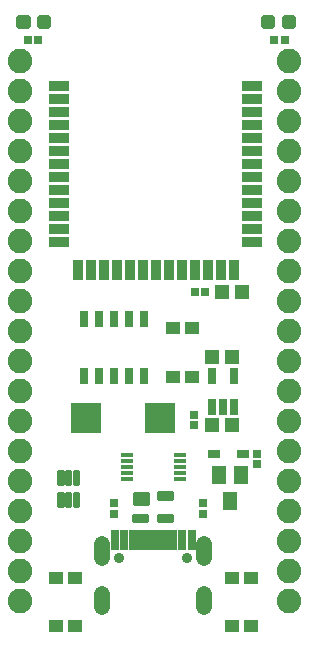
<source format=gbr>
G04 EAGLE Gerber RS-274X export*
G75*
%MOMM*%
%FSLAX34Y34*%
%LPD*%
%INSoldermask Top*%
%IPPOS*%
%AMOC8*
5,1,8,0,0,1.08239X$1,22.5*%
G01*
%ADD10R,1.703200X0.853200*%
%ADD11R,0.853200X1.703200*%
%ADD12C,2.082800*%
%ADD13R,0.753200X1.403200*%
%ADD14R,2.571200X2.606800*%
%ADD15R,1.203200X1.103200*%
%ADD16C,0.505344*%
%ADD17R,0.743200X0.803200*%
%ADD18R,1.303200X1.203200*%
%ADD19R,0.803200X0.743200*%
%ADD20R,0.803200X1.653200*%
%ADD21R,0.503200X1.653200*%
%ADD22C,1.361200*%
%ADD23C,0.903200*%
%ADD24C,0.404144*%
%ADD25R,1.203200X1.603200*%
%ADD26R,1.003200X0.803200*%
%ADD27C,0.453416*%
%ADD28C,0.349006*%
%ADD29R,0.711200X1.473200*%
%ADD30R,1.100000X0.400000*%


D10*
X43100Y453400D03*
X43100Y442400D03*
X43100Y431400D03*
X43100Y420400D03*
X43100Y409400D03*
X43100Y398400D03*
X43100Y387400D03*
X43100Y376400D03*
X43100Y365400D03*
X43100Y354400D03*
X43100Y343400D03*
X43100Y332400D03*
D11*
X59300Y308900D03*
X70300Y308900D03*
X81300Y308900D03*
X92300Y308900D03*
X103300Y308900D03*
X114300Y308900D03*
X125300Y308900D03*
D10*
X43100Y464400D03*
X207000Y453400D03*
X207000Y442400D03*
X207000Y431400D03*
X207000Y420400D03*
X207000Y409400D03*
X207000Y398400D03*
X207000Y387400D03*
X207000Y376400D03*
X207000Y365400D03*
X207000Y354400D03*
X207000Y343400D03*
X207000Y332400D03*
X207000Y464400D03*
D11*
X136300Y308900D03*
X147300Y308900D03*
X158300Y308900D03*
X169300Y308900D03*
X180300Y308900D03*
X191300Y308900D03*
D12*
X10000Y29000D03*
X10000Y54400D03*
X10000Y79800D03*
X10000Y105200D03*
X10000Y130600D03*
X10000Y156000D03*
X10000Y181400D03*
X10000Y206800D03*
X10000Y232200D03*
X10000Y257600D03*
X10000Y283000D03*
X10000Y308400D03*
X10000Y333800D03*
X10000Y359200D03*
X10000Y384600D03*
X10000Y410000D03*
X10000Y435400D03*
X10000Y460800D03*
X10000Y486200D03*
X238300Y29000D03*
X238300Y54400D03*
X238300Y79800D03*
X238300Y105200D03*
X238300Y130600D03*
X238300Y156000D03*
X238300Y181400D03*
X238300Y206800D03*
X238300Y232200D03*
X238300Y257600D03*
X238300Y283000D03*
X238300Y308400D03*
X238300Y333800D03*
X238300Y359200D03*
X238300Y384600D03*
X238300Y410000D03*
X238300Y435400D03*
X238300Y460800D03*
X238300Y486200D03*
D13*
X172500Y192999D03*
X182000Y192999D03*
X191500Y192999D03*
X191500Y219001D03*
X172500Y219001D03*
D14*
X129000Y184000D03*
X66576Y184000D03*
D15*
X41000Y48500D03*
X57000Y48500D03*
X57000Y7500D03*
X41000Y7500D03*
X140000Y259500D03*
X156000Y259500D03*
X156000Y218500D03*
X140000Y218500D03*
D16*
X16720Y515510D02*
X16720Y522490D01*
X16720Y515510D02*
X9740Y515510D01*
X9740Y522490D01*
X16720Y522490D01*
X16720Y520310D02*
X9740Y520310D01*
X34260Y522490D02*
X34260Y515510D01*
X27280Y515510D01*
X27280Y522490D01*
X34260Y522490D01*
X34260Y520310D02*
X27280Y520310D01*
X234280Y522490D02*
X234280Y515510D01*
X234280Y522490D02*
X241260Y522490D01*
X241260Y515510D01*
X234280Y515510D01*
X234280Y520310D02*
X241260Y520310D01*
X216740Y522490D02*
X216740Y515510D01*
X216740Y522490D02*
X223720Y522490D01*
X223720Y515510D01*
X216740Y515510D01*
X216740Y520310D02*
X223720Y520310D01*
D17*
X225680Y504000D03*
X234320Y504000D03*
X25320Y504000D03*
X16680Y504000D03*
D18*
X173000Y178000D03*
X190000Y178000D03*
X173000Y235000D03*
X190000Y235000D03*
D17*
X158680Y290000D03*
X167320Y290000D03*
D18*
X181500Y290000D03*
X198500Y290000D03*
D15*
X190000Y48500D03*
X206000Y48500D03*
X206000Y7500D03*
X190000Y7500D03*
D19*
X158000Y186320D03*
X158000Y177680D03*
D20*
X90500Y79950D03*
X98500Y79950D03*
D21*
X120500Y79950D03*
X115500Y79950D03*
X110500Y79950D03*
X105500Y79950D03*
X125500Y79950D03*
X130500Y79950D03*
X135500Y79950D03*
X140500Y79950D03*
D20*
X147500Y79950D03*
X155500Y79950D03*
D22*
X79800Y76590D02*
X79800Y65010D01*
X166200Y65010D02*
X166200Y76590D01*
X79800Y34790D02*
X79800Y23210D01*
X166200Y23210D02*
X166200Y34790D01*
D23*
X94100Y65500D03*
X151900Y65500D03*
D19*
X90000Y111320D03*
X90000Y102680D03*
D24*
X56504Y128754D02*
X56504Y137646D01*
X58496Y137646D01*
X58496Y128754D01*
X56504Y128754D01*
X56504Y132593D02*
X58496Y132593D01*
X58496Y136432D02*
X56504Y136432D01*
X50004Y137646D02*
X50004Y128754D01*
X50004Y137646D02*
X51996Y137646D01*
X51996Y128754D01*
X50004Y128754D01*
X50004Y132593D02*
X51996Y132593D01*
X51996Y136432D02*
X50004Y136432D01*
X43504Y137646D02*
X43504Y128754D01*
X43504Y137646D02*
X45496Y137646D01*
X45496Y128754D01*
X43504Y128754D01*
X43504Y132593D02*
X45496Y132593D01*
X45496Y136432D02*
X43504Y136432D01*
X45496Y119246D02*
X45496Y110354D01*
X43504Y110354D01*
X43504Y119246D01*
X45496Y119246D01*
X45496Y114193D02*
X43504Y114193D01*
X43504Y118032D02*
X45496Y118032D01*
X51996Y119246D02*
X51996Y110354D01*
X50004Y110354D01*
X50004Y119246D01*
X51996Y119246D01*
X51996Y114193D02*
X50004Y114193D01*
X50004Y118032D02*
X51996Y118032D01*
X58496Y119246D02*
X58496Y110354D01*
X56504Y110354D01*
X56504Y119246D01*
X58496Y119246D01*
X58496Y114193D02*
X56504Y114193D01*
X56504Y118032D02*
X58496Y118032D01*
D19*
X165000Y111320D03*
X165000Y102680D03*
D25*
X188000Y113000D03*
X178500Y135000D03*
X197500Y135000D03*
D26*
X174500Y153000D03*
X199500Y153000D03*
D19*
X211000Y144680D03*
X211000Y153320D03*
D27*
X117399Y111901D02*
X107501Y111901D01*
X107501Y119299D01*
X117399Y119299D01*
X117399Y111901D01*
X117399Y116208D02*
X107501Y116208D01*
D28*
X106979Y96179D02*
X117921Y96179D01*
X106979Y96179D02*
X106979Y100621D01*
X117921Y100621D01*
X117921Y96179D01*
X117921Y99494D02*
X106979Y99494D01*
X128079Y96179D02*
X139021Y96179D01*
X128079Y96179D02*
X128079Y100621D01*
X139021Y100621D01*
X139021Y96179D01*
X139021Y99494D02*
X128079Y99494D01*
X128079Y115379D02*
X139021Y115379D01*
X128079Y115379D02*
X128079Y119821D01*
X139021Y119821D01*
X139021Y115379D01*
X139021Y118694D02*
X128079Y118694D01*
D29*
X90000Y267130D03*
X102700Y267130D03*
X115400Y267130D03*
X77300Y267130D03*
X64600Y267130D03*
X64600Y218870D03*
X77300Y218870D03*
X90000Y218870D03*
X102700Y218870D03*
X115400Y218870D03*
D30*
X145500Y132000D03*
X145500Y137000D03*
X145500Y142000D03*
X145500Y147000D03*
X145500Y152000D03*
X100500Y152000D03*
X100500Y147000D03*
X100500Y142000D03*
X100500Y137000D03*
X100500Y132000D03*
M02*

</source>
